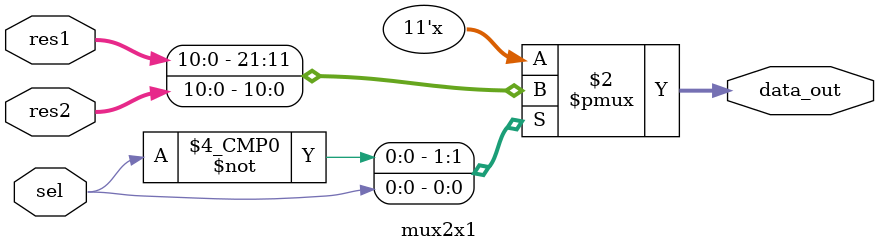
<source format=sv>
`timescale 1ns / 1ps

module mux2x1 (
    input logic signed [10:0] res1, res2,   //entrada de resta y suma
    input logic sel,                        //selector del resultado
    output logic signed [10:0] data_out     //salida 
);

    always_comb begin
        case (sel)
            1'b0: data_out = res1; //operacion de resta (n-1) - n
            1'b1: data_out = res2; //operacion de suma   (n-1) + n 
        endcase
    end

endmodule

</source>
